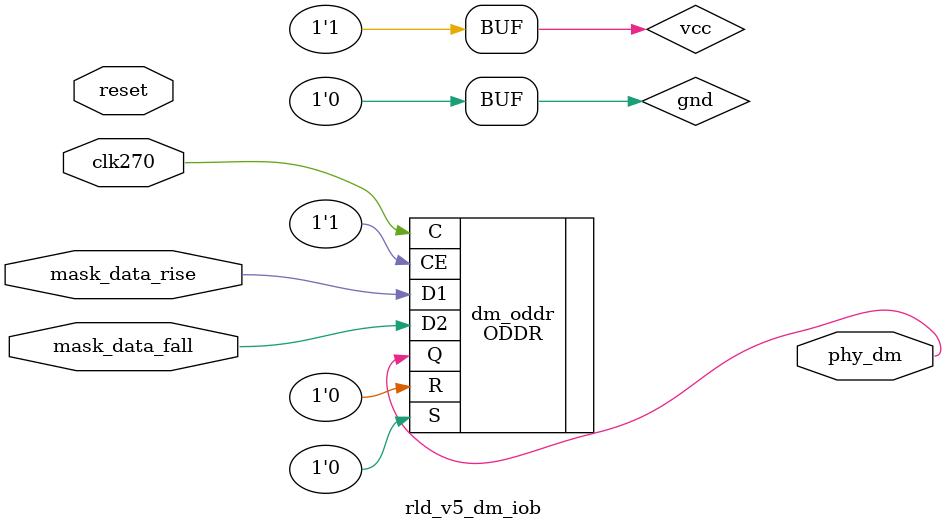
<source format=v>

`timescale 1ns/100ps

module  rld_v5_dm_iob  #(
   parameter RL_IO_TYPE     = 2'b00,    // CIO=2'b00  SIO_CIO_HYBRID=2'b01  SIO=2'b10
   parameter DEVICE_ARCH    = 2'b01,    // Virtex4=2'b00  Virtex5=2'b01
   parameter CAPTURE_METHOD = 2'b00     // Direct Clocking=2'b00  SerDes=2'b01
)
(
   input        clk270,
   input        reset,

   input        mask_data_rise,
   input        mask_data_fall,

   output       phy_dm  // (* IOSTANDARD = "HSTL_II_18" *)  output  phy_dm
);
   
   wire  vcc = 1'b1;
   wire  gnd = 1'b0;


   ODDR  #(
      .SRTYPE       ( "SYNC" ),
      .DDR_CLK_EDGE ( "SAME_EDGE" )
   )
   dm_oddr  (
      .Q  ( phy_dm ),
      .C  ( clk270 ),
      .CE ( vcc ),
      .D1 ( mask_data_rise ),
      .D2 ( mask_data_fall ),
      //.R  ( reset ),
      .R  ( 1'b0 ),
      .S  ( gnd )
   );


endmodule

</source>
